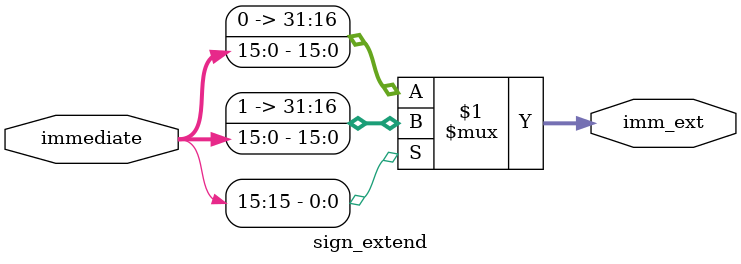
<source format=v>
module sign_extend(
    immediate,
    imm_ext
);
    
    
    // Declare inputs and outputs
    input wire [15:0] immediate;
    output wire [31:0] imm_ext;


    // Assign statement for sign extension, if immediate[15] = 1 add ones, else add zeros
    assign imm_ext = immediate[15] ? {{16{1'b1}},immediate } : {{16{1'b0}},immediate };

endmodule
</source>
